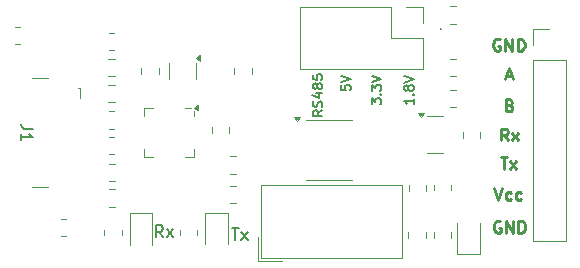
<source format=gbr>
%TF.GenerationSoftware,KiCad,Pcbnew,9.0.2*%
%TF.CreationDate,2025-07-27T21:59:35+02:00*%
%TF.ProjectId,USB-RS485_FT230,5553422d-5253-4343-9835-5f4654323330,rev?*%
%TF.SameCoordinates,Original*%
%TF.FileFunction,Legend,Top*%
%TF.FilePolarity,Positive*%
%FSLAX46Y46*%
G04 Gerber Fmt 4.6, Leading zero omitted, Abs format (unit mm)*
G04 Created by KiCad (PCBNEW 9.0.2) date 2025-07-27 21:59:35*
%MOMM*%
%LPD*%
G01*
G04 APERTURE LIST*
%ADD10C,0.250000*%
%ADD11C,0.200000*%
%ADD12C,0.150000*%
%ADD13C,0.120000*%
%ADD14C,0.100000*%
G04 APERTURE END LIST*
D10*
X169330901Y-91069718D02*
X169473758Y-91117337D01*
X169473758Y-91117337D02*
X169521377Y-91164956D01*
X169521377Y-91164956D02*
X169568996Y-91260194D01*
X169568996Y-91260194D02*
X169568996Y-91403051D01*
X169568996Y-91403051D02*
X169521377Y-91498289D01*
X169521377Y-91498289D02*
X169473758Y-91545909D01*
X169473758Y-91545909D02*
X169378520Y-91593528D01*
X169378520Y-91593528D02*
X168997568Y-91593528D01*
X168997568Y-91593528D02*
X168997568Y-90593528D01*
X168997568Y-90593528D02*
X169330901Y-90593528D01*
X169330901Y-90593528D02*
X169426139Y-90641147D01*
X169426139Y-90641147D02*
X169473758Y-90688766D01*
X169473758Y-90688766D02*
X169521377Y-90784004D01*
X169521377Y-90784004D02*
X169521377Y-90879242D01*
X169521377Y-90879242D02*
X169473758Y-90974480D01*
X169473758Y-90974480D02*
X169426139Y-91022099D01*
X169426139Y-91022099D02*
X169330901Y-91069718D01*
X169330901Y-91069718D02*
X168997568Y-91069718D01*
X168054711Y-98103528D02*
X168388044Y-99103528D01*
X168388044Y-99103528D02*
X168721377Y-98103528D01*
X169483282Y-99055909D02*
X169388044Y-99103528D01*
X169388044Y-99103528D02*
X169197568Y-99103528D01*
X169197568Y-99103528D02*
X169102330Y-99055909D01*
X169102330Y-99055909D02*
X169054711Y-99008289D01*
X169054711Y-99008289D02*
X169007092Y-98913051D01*
X169007092Y-98913051D02*
X169007092Y-98627337D01*
X169007092Y-98627337D02*
X169054711Y-98532099D01*
X169054711Y-98532099D02*
X169102330Y-98484480D01*
X169102330Y-98484480D02*
X169197568Y-98436861D01*
X169197568Y-98436861D02*
X169388044Y-98436861D01*
X169388044Y-98436861D02*
X169483282Y-98484480D01*
X170340425Y-99055909D02*
X170245187Y-99103528D01*
X170245187Y-99103528D02*
X170054711Y-99103528D01*
X170054711Y-99103528D02*
X169959473Y-99055909D01*
X169959473Y-99055909D02*
X169911854Y-99008289D01*
X169911854Y-99008289D02*
X169864235Y-98913051D01*
X169864235Y-98913051D02*
X169864235Y-98627337D01*
X169864235Y-98627337D02*
X169911854Y-98532099D01*
X169911854Y-98532099D02*
X169959473Y-98484480D01*
X169959473Y-98484480D02*
X170054711Y-98436861D01*
X170054711Y-98436861D02*
X170245187Y-98436861D01*
X170245187Y-98436861D02*
X170340425Y-98484480D01*
D11*
X153491695Y-91509711D02*
X153110742Y-91776378D01*
X153491695Y-91966854D02*
X152691695Y-91966854D01*
X152691695Y-91966854D02*
X152691695Y-91662092D01*
X152691695Y-91662092D02*
X152729790Y-91585902D01*
X152729790Y-91585902D02*
X152767885Y-91547807D01*
X152767885Y-91547807D02*
X152844076Y-91509711D01*
X152844076Y-91509711D02*
X152958361Y-91509711D01*
X152958361Y-91509711D02*
X153034552Y-91547807D01*
X153034552Y-91547807D02*
X153072647Y-91585902D01*
X153072647Y-91585902D02*
X153110742Y-91662092D01*
X153110742Y-91662092D02*
X153110742Y-91966854D01*
X153453600Y-91204950D02*
X153491695Y-91090664D01*
X153491695Y-91090664D02*
X153491695Y-90900188D01*
X153491695Y-90900188D02*
X153453600Y-90823997D01*
X153453600Y-90823997D02*
X153415504Y-90785902D01*
X153415504Y-90785902D02*
X153339314Y-90747807D01*
X153339314Y-90747807D02*
X153263123Y-90747807D01*
X153263123Y-90747807D02*
X153186933Y-90785902D01*
X153186933Y-90785902D02*
X153148838Y-90823997D01*
X153148838Y-90823997D02*
X153110742Y-90900188D01*
X153110742Y-90900188D02*
X153072647Y-91052569D01*
X153072647Y-91052569D02*
X153034552Y-91128759D01*
X153034552Y-91128759D02*
X152996457Y-91166854D01*
X152996457Y-91166854D02*
X152920266Y-91204950D01*
X152920266Y-91204950D02*
X152844076Y-91204950D01*
X152844076Y-91204950D02*
X152767885Y-91166854D01*
X152767885Y-91166854D02*
X152729790Y-91128759D01*
X152729790Y-91128759D02*
X152691695Y-91052569D01*
X152691695Y-91052569D02*
X152691695Y-90862092D01*
X152691695Y-90862092D02*
X152729790Y-90747807D01*
X152958361Y-90062092D02*
X153491695Y-90062092D01*
X152653600Y-90252568D02*
X153225028Y-90443045D01*
X153225028Y-90443045D02*
X153225028Y-89947806D01*
X153034552Y-89528759D02*
X152996457Y-89604949D01*
X152996457Y-89604949D02*
X152958361Y-89643044D01*
X152958361Y-89643044D02*
X152882171Y-89681140D01*
X152882171Y-89681140D02*
X152844076Y-89681140D01*
X152844076Y-89681140D02*
X152767885Y-89643044D01*
X152767885Y-89643044D02*
X152729790Y-89604949D01*
X152729790Y-89604949D02*
X152691695Y-89528759D01*
X152691695Y-89528759D02*
X152691695Y-89376378D01*
X152691695Y-89376378D02*
X152729790Y-89300187D01*
X152729790Y-89300187D02*
X152767885Y-89262092D01*
X152767885Y-89262092D02*
X152844076Y-89223997D01*
X152844076Y-89223997D02*
X152882171Y-89223997D01*
X152882171Y-89223997D02*
X152958361Y-89262092D01*
X152958361Y-89262092D02*
X152996457Y-89300187D01*
X152996457Y-89300187D02*
X153034552Y-89376378D01*
X153034552Y-89376378D02*
X153034552Y-89528759D01*
X153034552Y-89528759D02*
X153072647Y-89604949D01*
X153072647Y-89604949D02*
X153110742Y-89643044D01*
X153110742Y-89643044D02*
X153186933Y-89681140D01*
X153186933Y-89681140D02*
X153339314Y-89681140D01*
X153339314Y-89681140D02*
X153415504Y-89643044D01*
X153415504Y-89643044D02*
X153453600Y-89604949D01*
X153453600Y-89604949D02*
X153491695Y-89528759D01*
X153491695Y-89528759D02*
X153491695Y-89376378D01*
X153491695Y-89376378D02*
X153453600Y-89300187D01*
X153453600Y-89300187D02*
X153415504Y-89262092D01*
X153415504Y-89262092D02*
X153339314Y-89223997D01*
X153339314Y-89223997D02*
X153186933Y-89223997D01*
X153186933Y-89223997D02*
X153110742Y-89262092D01*
X153110742Y-89262092D02*
X153072647Y-89300187D01*
X153072647Y-89300187D02*
X153034552Y-89376378D01*
X152691695Y-88500187D02*
X152691695Y-88881139D01*
X152691695Y-88881139D02*
X153072647Y-88919235D01*
X153072647Y-88919235D02*
X153034552Y-88881139D01*
X153034552Y-88881139D02*
X152996457Y-88804949D01*
X152996457Y-88804949D02*
X152996457Y-88614473D01*
X152996457Y-88614473D02*
X153034552Y-88538282D01*
X153034552Y-88538282D02*
X153072647Y-88500187D01*
X153072647Y-88500187D02*
X153148838Y-88462092D01*
X153148838Y-88462092D02*
X153339314Y-88462092D01*
X153339314Y-88462092D02*
X153415504Y-88500187D01*
X153415504Y-88500187D02*
X153453600Y-88538282D01*
X153453600Y-88538282D02*
X153491695Y-88614473D01*
X153491695Y-88614473D02*
X153491695Y-88804949D01*
X153491695Y-88804949D02*
X153453600Y-88881139D01*
X153453600Y-88881139D02*
X153415504Y-88919235D01*
D10*
X168571377Y-100921147D02*
X168476139Y-100873528D01*
X168476139Y-100873528D02*
X168333282Y-100873528D01*
X168333282Y-100873528D02*
X168190425Y-100921147D01*
X168190425Y-100921147D02*
X168095187Y-101016385D01*
X168095187Y-101016385D02*
X168047568Y-101111623D01*
X168047568Y-101111623D02*
X167999949Y-101302099D01*
X167999949Y-101302099D02*
X167999949Y-101444956D01*
X167999949Y-101444956D02*
X168047568Y-101635432D01*
X168047568Y-101635432D02*
X168095187Y-101730670D01*
X168095187Y-101730670D02*
X168190425Y-101825909D01*
X168190425Y-101825909D02*
X168333282Y-101873528D01*
X168333282Y-101873528D02*
X168428520Y-101873528D01*
X168428520Y-101873528D02*
X168571377Y-101825909D01*
X168571377Y-101825909D02*
X168618996Y-101778289D01*
X168618996Y-101778289D02*
X168618996Y-101444956D01*
X168618996Y-101444956D02*
X168428520Y-101444956D01*
X169047568Y-101873528D02*
X169047568Y-100873528D01*
X169047568Y-100873528D02*
X169618996Y-101873528D01*
X169618996Y-101873528D02*
X169618996Y-100873528D01*
X170095187Y-101873528D02*
X170095187Y-100873528D01*
X170095187Y-100873528D02*
X170333282Y-100873528D01*
X170333282Y-100873528D02*
X170476139Y-100921147D01*
X170476139Y-100921147D02*
X170571377Y-101016385D01*
X170571377Y-101016385D02*
X170618996Y-101111623D01*
X170618996Y-101111623D02*
X170666615Y-101302099D01*
X170666615Y-101302099D02*
X170666615Y-101444956D01*
X170666615Y-101444956D02*
X170618996Y-101635432D01*
X170618996Y-101635432D02*
X170571377Y-101730670D01*
X170571377Y-101730670D02*
X170476139Y-101825909D01*
X170476139Y-101825909D02*
X170333282Y-101873528D01*
X170333282Y-101873528D02*
X170095187Y-101873528D01*
X169188996Y-94063528D02*
X168855663Y-93587337D01*
X168617568Y-94063528D02*
X168617568Y-93063528D01*
X168617568Y-93063528D02*
X168998520Y-93063528D01*
X168998520Y-93063528D02*
X169093758Y-93111147D01*
X169093758Y-93111147D02*
X169141377Y-93158766D01*
X169141377Y-93158766D02*
X169188996Y-93254004D01*
X169188996Y-93254004D02*
X169188996Y-93396861D01*
X169188996Y-93396861D02*
X169141377Y-93492099D01*
X169141377Y-93492099D02*
X169093758Y-93539718D01*
X169093758Y-93539718D02*
X168998520Y-93587337D01*
X168998520Y-93587337D02*
X168617568Y-93587337D01*
X169522330Y-94063528D02*
X170046139Y-93396861D01*
X169522330Y-93396861D02*
X170046139Y-94063528D01*
X168594711Y-95493528D02*
X169166139Y-95493528D01*
X168880425Y-96493528D02*
X168880425Y-95493528D01*
X169404235Y-96493528D02*
X169928044Y-95826861D01*
X169404235Y-95826861D02*
X169928044Y-96493528D01*
X169019949Y-88607813D02*
X169496139Y-88607813D01*
X168924711Y-88893528D02*
X169258044Y-87893528D01*
X169258044Y-87893528D02*
X169591377Y-88893528D01*
D11*
X161221695Y-90528898D02*
X161221695Y-90986041D01*
X161221695Y-90757469D02*
X160421695Y-90757469D01*
X160421695Y-90757469D02*
X160535980Y-90833660D01*
X160535980Y-90833660D02*
X160612171Y-90909850D01*
X160612171Y-90909850D02*
X160650266Y-90986041D01*
X161145504Y-90186040D02*
X161183600Y-90147945D01*
X161183600Y-90147945D02*
X161221695Y-90186040D01*
X161221695Y-90186040D02*
X161183600Y-90224136D01*
X161183600Y-90224136D02*
X161145504Y-90186040D01*
X161145504Y-90186040D02*
X161221695Y-90186040D01*
X160764552Y-89690803D02*
X160726457Y-89766993D01*
X160726457Y-89766993D02*
X160688361Y-89805088D01*
X160688361Y-89805088D02*
X160612171Y-89843184D01*
X160612171Y-89843184D02*
X160574076Y-89843184D01*
X160574076Y-89843184D02*
X160497885Y-89805088D01*
X160497885Y-89805088D02*
X160459790Y-89766993D01*
X160459790Y-89766993D02*
X160421695Y-89690803D01*
X160421695Y-89690803D02*
X160421695Y-89538422D01*
X160421695Y-89538422D02*
X160459790Y-89462231D01*
X160459790Y-89462231D02*
X160497885Y-89424136D01*
X160497885Y-89424136D02*
X160574076Y-89386041D01*
X160574076Y-89386041D02*
X160612171Y-89386041D01*
X160612171Y-89386041D02*
X160688361Y-89424136D01*
X160688361Y-89424136D02*
X160726457Y-89462231D01*
X160726457Y-89462231D02*
X160764552Y-89538422D01*
X160764552Y-89538422D02*
X160764552Y-89690803D01*
X160764552Y-89690803D02*
X160802647Y-89766993D01*
X160802647Y-89766993D02*
X160840742Y-89805088D01*
X160840742Y-89805088D02*
X160916933Y-89843184D01*
X160916933Y-89843184D02*
X161069314Y-89843184D01*
X161069314Y-89843184D02*
X161145504Y-89805088D01*
X161145504Y-89805088D02*
X161183600Y-89766993D01*
X161183600Y-89766993D02*
X161221695Y-89690803D01*
X161221695Y-89690803D02*
X161221695Y-89538422D01*
X161221695Y-89538422D02*
X161183600Y-89462231D01*
X161183600Y-89462231D02*
X161145504Y-89424136D01*
X161145504Y-89424136D02*
X161069314Y-89386041D01*
X161069314Y-89386041D02*
X160916933Y-89386041D01*
X160916933Y-89386041D02*
X160840742Y-89424136D01*
X160840742Y-89424136D02*
X160802647Y-89462231D01*
X160802647Y-89462231D02*
X160764552Y-89538422D01*
X160421695Y-89157469D02*
X161221695Y-88890802D01*
X161221695Y-88890802D02*
X160421695Y-88624136D01*
X157671695Y-90994136D02*
X157671695Y-90498898D01*
X157671695Y-90498898D02*
X157976457Y-90765564D01*
X157976457Y-90765564D02*
X157976457Y-90651279D01*
X157976457Y-90651279D02*
X158014552Y-90575088D01*
X158014552Y-90575088D02*
X158052647Y-90536993D01*
X158052647Y-90536993D02*
X158128838Y-90498898D01*
X158128838Y-90498898D02*
X158319314Y-90498898D01*
X158319314Y-90498898D02*
X158395504Y-90536993D01*
X158395504Y-90536993D02*
X158433600Y-90575088D01*
X158433600Y-90575088D02*
X158471695Y-90651279D01*
X158471695Y-90651279D02*
X158471695Y-90879850D01*
X158471695Y-90879850D02*
X158433600Y-90956041D01*
X158433600Y-90956041D02*
X158395504Y-90994136D01*
X158395504Y-90156040D02*
X158433600Y-90117945D01*
X158433600Y-90117945D02*
X158471695Y-90156040D01*
X158471695Y-90156040D02*
X158433600Y-90194136D01*
X158433600Y-90194136D02*
X158395504Y-90156040D01*
X158395504Y-90156040D02*
X158471695Y-90156040D01*
X157671695Y-89851279D02*
X157671695Y-89356041D01*
X157671695Y-89356041D02*
X157976457Y-89622707D01*
X157976457Y-89622707D02*
X157976457Y-89508422D01*
X157976457Y-89508422D02*
X158014552Y-89432231D01*
X158014552Y-89432231D02*
X158052647Y-89394136D01*
X158052647Y-89394136D02*
X158128838Y-89356041D01*
X158128838Y-89356041D02*
X158319314Y-89356041D01*
X158319314Y-89356041D02*
X158395504Y-89394136D01*
X158395504Y-89394136D02*
X158433600Y-89432231D01*
X158433600Y-89432231D02*
X158471695Y-89508422D01*
X158471695Y-89508422D02*
X158471695Y-89736993D01*
X158471695Y-89736993D02*
X158433600Y-89813184D01*
X158433600Y-89813184D02*
X158395504Y-89851279D01*
X157671695Y-89127469D02*
X158471695Y-88860802D01*
X158471695Y-88860802D02*
X157671695Y-88594136D01*
D10*
X168511377Y-85511147D02*
X168416139Y-85463528D01*
X168416139Y-85463528D02*
X168273282Y-85463528D01*
X168273282Y-85463528D02*
X168130425Y-85511147D01*
X168130425Y-85511147D02*
X168035187Y-85606385D01*
X168035187Y-85606385D02*
X167987568Y-85701623D01*
X167987568Y-85701623D02*
X167939949Y-85892099D01*
X167939949Y-85892099D02*
X167939949Y-86034956D01*
X167939949Y-86034956D02*
X167987568Y-86225432D01*
X167987568Y-86225432D02*
X168035187Y-86320670D01*
X168035187Y-86320670D02*
X168130425Y-86415909D01*
X168130425Y-86415909D02*
X168273282Y-86463528D01*
X168273282Y-86463528D02*
X168368520Y-86463528D01*
X168368520Y-86463528D02*
X168511377Y-86415909D01*
X168511377Y-86415909D02*
X168558996Y-86368289D01*
X168558996Y-86368289D02*
X168558996Y-86034956D01*
X168558996Y-86034956D02*
X168368520Y-86034956D01*
X168987568Y-86463528D02*
X168987568Y-85463528D01*
X168987568Y-85463528D02*
X169558996Y-86463528D01*
X169558996Y-86463528D02*
X169558996Y-85463528D01*
X170035187Y-86463528D02*
X170035187Y-85463528D01*
X170035187Y-85463528D02*
X170273282Y-85463528D01*
X170273282Y-85463528D02*
X170416139Y-85511147D01*
X170416139Y-85511147D02*
X170511377Y-85606385D01*
X170511377Y-85606385D02*
X170558996Y-85701623D01*
X170558996Y-85701623D02*
X170606615Y-85892099D01*
X170606615Y-85892099D02*
X170606615Y-86034956D01*
X170606615Y-86034956D02*
X170558996Y-86225432D01*
X170558996Y-86225432D02*
X170511377Y-86320670D01*
X170511377Y-86320670D02*
X170416139Y-86415909D01*
X170416139Y-86415909D02*
X170273282Y-86463528D01*
X170273282Y-86463528D02*
X170035187Y-86463528D01*
D11*
X155086695Y-89396993D02*
X155086695Y-89777945D01*
X155086695Y-89777945D02*
X155467647Y-89816041D01*
X155467647Y-89816041D02*
X155429552Y-89777945D01*
X155429552Y-89777945D02*
X155391457Y-89701755D01*
X155391457Y-89701755D02*
X155391457Y-89511279D01*
X155391457Y-89511279D02*
X155429552Y-89435088D01*
X155429552Y-89435088D02*
X155467647Y-89396993D01*
X155467647Y-89396993D02*
X155543838Y-89358898D01*
X155543838Y-89358898D02*
X155734314Y-89358898D01*
X155734314Y-89358898D02*
X155810504Y-89396993D01*
X155810504Y-89396993D02*
X155848600Y-89435088D01*
X155848600Y-89435088D02*
X155886695Y-89511279D01*
X155886695Y-89511279D02*
X155886695Y-89701755D01*
X155886695Y-89701755D02*
X155848600Y-89777945D01*
X155848600Y-89777945D02*
X155810504Y-89816041D01*
X155086695Y-89130326D02*
X155886695Y-88863659D01*
X155886695Y-88863659D02*
X155086695Y-88596993D01*
D12*
X145824524Y-101456228D02*
X146395952Y-101456228D01*
X146110238Y-102456228D02*
X146110238Y-101456228D01*
X146634048Y-102456228D02*
X147157857Y-101789561D01*
X146634048Y-101789561D02*
X147157857Y-102456228D01*
X128975180Y-93055575D02*
X128260895Y-93055575D01*
X128260895Y-93055575D02*
X128118038Y-93007956D01*
X128118038Y-93007956D02*
X128022800Y-92912718D01*
X128022800Y-92912718D02*
X127975180Y-92769861D01*
X127975180Y-92769861D02*
X127975180Y-92674623D01*
X127975180Y-94055575D02*
X127975180Y-93484147D01*
X127975180Y-93769861D02*
X128975180Y-93769861D01*
X128975180Y-93769861D02*
X128832323Y-93674623D01*
X128832323Y-93674623D02*
X128737085Y-93579385D01*
X128737085Y-93579385D02*
X128689466Y-93484147D01*
X139989761Y-102256228D02*
X139656428Y-101780037D01*
X139418333Y-102256228D02*
X139418333Y-101256228D01*
X139418333Y-101256228D02*
X139799285Y-101256228D01*
X139799285Y-101256228D02*
X139894523Y-101303847D01*
X139894523Y-101303847D02*
X139942142Y-101351466D01*
X139942142Y-101351466D02*
X139989761Y-101446704D01*
X139989761Y-101446704D02*
X139989761Y-101589561D01*
X139989761Y-101589561D02*
X139942142Y-101684799D01*
X139942142Y-101684799D02*
X139894523Y-101732418D01*
X139894523Y-101732418D02*
X139799285Y-101780037D01*
X139799285Y-101780037D02*
X139418333Y-101780037D01*
X140323095Y-102256228D02*
X140846904Y-101589561D01*
X140323095Y-101589561D02*
X140846904Y-102256228D01*
D13*
%TO.C,D3*%
X163022500Y-92028909D02*
X162372500Y-92028909D01*
X163022500Y-92028909D02*
X163672500Y-92028909D01*
X163022500Y-95148909D02*
X162372500Y-95148909D01*
X163022500Y-95148909D02*
X163672500Y-95148909D01*
X161860000Y-92078909D02*
X161620000Y-91748909D01*
X162100000Y-91748909D01*
X161860000Y-92078909D01*
G36*
X161860000Y-92078909D02*
G01*
X161620000Y-91748909D01*
X162100000Y-91748909D01*
X161860000Y-92078909D01*
G37*
%TO.C,R7*%
X165360000Y-93815973D02*
X165360000Y-93361845D01*
X166830000Y-93815973D02*
X166830000Y-93361845D01*
%TO.C,C4*%
X135403748Y-98213909D02*
X135926252Y-98213909D01*
X135403748Y-99683909D02*
X135926252Y-99683909D01*
%TO.C,U3*%
X154045000Y-92288909D02*
X152095000Y-92288909D01*
X154045000Y-92288909D02*
X155995000Y-92288909D01*
X154045000Y-97408909D02*
X152095000Y-97408909D01*
X154045000Y-97408909D02*
X155995000Y-97408909D01*
X151345000Y-92383909D02*
X151105000Y-92053909D01*
X151585000Y-92053909D01*
X151345000Y-92383909D01*
G36*
X151345000Y-92383909D02*
G01*
X151105000Y-92053909D01*
X151585000Y-92053909D01*
X151345000Y-92383909D01*
G37*
%TO.C,C12*%
X160800000Y-98330161D02*
X160800000Y-97807657D01*
X162270000Y-98330161D02*
X162270000Y-97807657D01*
%TO.C,R1*%
X135882064Y-93728909D02*
X135427936Y-93728909D01*
X135882064Y-95198909D02*
X135427936Y-95198909D01*
%TO.C,R4*%
X131782064Y-100703909D02*
X131327936Y-100703909D01*
X131782064Y-102173909D02*
X131327936Y-102173909D01*
%TO.C,C9*%
X145663748Y-95413909D02*
X146186252Y-95413909D01*
X145663748Y-96883909D02*
X146186252Y-96883909D01*
%TO.C,D1*%
X143555000Y-100163909D02*
X143555000Y-102848909D01*
X145475000Y-100163909D02*
X143555000Y-100163909D01*
X145475000Y-102848909D02*
X145475000Y-100163909D01*
%TO.C,R2*%
X135882064Y-91603909D02*
X135427936Y-91603909D01*
X135882064Y-93073909D02*
X135427936Y-93073909D01*
%TO.C,C15*%
X164836252Y-82713909D02*
X164313748Y-82713909D01*
X164836252Y-84183909D02*
X164313748Y-84183909D01*
%TO.C,J3*%
X171325000Y-84605909D02*
X172705000Y-84605909D01*
X171325000Y-85985909D02*
X171325000Y-84605909D01*
X171325000Y-87255909D02*
X171325000Y-102605909D01*
X171325000Y-87255909D02*
X174085000Y-87255909D01*
X171325000Y-102605909D02*
X174085000Y-102605909D01*
X174085000Y-87255909D02*
X174085000Y-102605909D01*
%TO.C,C1*%
X135906252Y-89373909D02*
X135383748Y-89373909D01*
X135906252Y-90843909D02*
X135383748Y-90843909D01*
%TO.C,C5*%
X138150000Y-88470161D02*
X138150000Y-87947657D01*
X139620000Y-88470161D02*
X139620000Y-87947657D01*
%TO.C,U4*%
X148065000Y-104258909D02*
X148065000Y-102258909D01*
X148305000Y-97798909D02*
X160205000Y-97798909D01*
X148305000Y-104018909D02*
X148305000Y-97798909D01*
X148305000Y-104018909D02*
X160205000Y-104018909D01*
X150065000Y-104258909D02*
X148065000Y-104258909D01*
X160205000Y-104018909D02*
X160205000Y-97798909D01*
%TO.C,D4*%
X164925000Y-101028909D02*
X164925000Y-103713909D01*
X164925000Y-103713909D02*
X166845000Y-103713909D01*
X166845000Y-103713909D02*
X166845000Y-101028909D01*
%TO.C,C7*%
X145683748Y-97923909D02*
X146206252Y-97923909D01*
X145683748Y-99393909D02*
X146206252Y-99393909D01*
%TO.C,R6*%
X135020000Y-101651845D02*
X135020000Y-102105973D01*
X136490000Y-101651845D02*
X136490000Y-102105973D01*
%TO.C,R3*%
X127427936Y-84463909D02*
X127882064Y-84463909D01*
X127427936Y-85933909D02*
X127882064Y-85933909D01*
%TO.C,C3*%
X135926252Y-96013909D02*
X135403748Y-96013909D01*
X135926252Y-97483909D02*
X135403748Y-97483909D01*
%TO.C,C14*%
X160770000Y-102320161D02*
X160770000Y-101797657D01*
X162240000Y-102320161D02*
X162240000Y-101797657D01*
%TO.C,U1*%
X138395000Y-91278909D02*
X139120000Y-91278909D01*
X138395000Y-92003909D02*
X138395000Y-91278909D01*
X138395000Y-94773909D02*
X138395000Y-95498909D01*
X138395000Y-95498909D02*
X139120000Y-95498909D01*
X141890000Y-91278909D02*
X142375000Y-91278909D01*
X142615000Y-92003909D02*
X142615000Y-91578909D01*
X142615000Y-94773909D02*
X142615000Y-95498909D01*
X142615000Y-95498909D02*
X141890000Y-95498909D01*
X142945000Y-91518909D02*
X142615000Y-91278909D01*
X142945000Y-91038909D01*
X142945000Y-91518909D01*
G36*
X142945000Y-91518909D02*
G01*
X142615000Y-91278909D01*
X142945000Y-91038909D01*
X142945000Y-91518909D01*
G37*
%TO.C,C8*%
X146050000Y-87947657D02*
X146050000Y-88470161D01*
X147520000Y-87947657D02*
X147520000Y-88470161D01*
%TO.C,C16*%
X164806252Y-87133909D02*
X164283748Y-87133909D01*
X164806252Y-88603909D02*
X164283748Y-88603909D01*
%TO.C,C6*%
X144150000Y-92887657D02*
X144150000Y-93410161D01*
X145620000Y-92887657D02*
X145620000Y-93410161D01*
%TO.C,U2*%
X140505000Y-87488909D02*
X140505000Y-88888909D01*
X142825000Y-87478909D02*
X142825000Y-88888909D01*
X143105000Y-87348909D02*
X142775000Y-87108909D01*
X143105000Y-86868909D01*
X143105000Y-87348909D01*
G36*
X143105000Y-87348909D02*
G01*
X142775000Y-87108909D01*
X143105000Y-86868909D01*
X143105000Y-87348909D01*
G37*
%TO.C,R8*%
X162920000Y-97821845D02*
X162920000Y-98275973D01*
X164390000Y-97821845D02*
X164390000Y-98275973D01*
%TO.C,C11*%
X164298748Y-89777095D02*
X164821252Y-89777095D01*
X164298748Y-91247095D02*
X164821252Y-91247095D01*
%TO.C,J2*%
X151605000Y-82748909D02*
X151605000Y-88048909D01*
X159335000Y-82748909D02*
X151605000Y-82748909D01*
X159335000Y-82748909D02*
X159335000Y-85398909D01*
X159335000Y-85398909D02*
X161985000Y-85398909D01*
X160605000Y-82748909D02*
X161985000Y-82748909D01*
X161985000Y-82748909D02*
X161985000Y-84128909D01*
X161985000Y-85398909D02*
X161985000Y-88048909D01*
X161985000Y-88048909D02*
X151605000Y-88048909D01*
%TO.C,C13*%
X162950000Y-102310161D02*
X162950000Y-101787657D01*
X164420000Y-102310161D02*
X164420000Y-101787657D01*
%TO.C,C2*%
X135383748Y-87153909D02*
X135906252Y-87153909D01*
X135383748Y-88623909D02*
X135906252Y-88623909D01*
D14*
%TO.C,U6*%
X163445000Y-84593909D02*
X163445000Y-84593909D01*
X163545000Y-84593909D02*
X163545000Y-84593909D01*
X163445000Y-84593909D02*
G75*
G02*
X163545000Y-84593909I50000J0D01*
G01*
X163545000Y-84593909D02*
G75*
G02*
X163445000Y-84593909I-50000J0D01*
G01*
D13*
%TO.C,R9*%
X135882064Y-84933909D02*
X135427936Y-84933909D01*
X135882064Y-86403909D02*
X135427936Y-86403909D01*
%TO.C,J1*%
X128865000Y-88808909D02*
X130275000Y-88808909D01*
X128865000Y-97968909D02*
X130275000Y-97968909D01*
X132945000Y-89628909D02*
X132795000Y-89628909D01*
X132945000Y-90428909D02*
X132945000Y-89628909D01*
%TO.C,D2*%
X137185000Y-100193909D02*
X137185000Y-102878909D01*
X139105000Y-100193909D02*
X137185000Y-100193909D01*
X139105000Y-102878909D02*
X139105000Y-100193909D01*
%TO.C,R5*%
X141420000Y-101611845D02*
X141420000Y-102065973D01*
X142890000Y-101611845D02*
X142890000Y-102065973D01*
%TD*%
M02*

</source>
